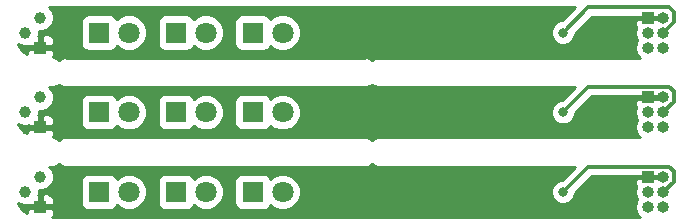
<source format=gbl>
G04 #@! TF.GenerationSoftware,KiCad,Pcbnew,(5.0.0)*
G04 #@! TF.CreationDate,2019-02-03T17:17:29-08:00*
G04 #@! TF.ProjectId,mlab100_LEDPCB_1.5,6D6C61623130305F4C45445043425F31,rev?*
G04 #@! TF.SameCoordinates,Original*
G04 #@! TF.FileFunction,Copper,L2,Bot,Signal*
G04 #@! TF.FilePolarity,Positive*
%FSLAX46Y46*%
G04 Gerber Fmt 4.6, Leading zero omitted, Abs format (unit mm)*
G04 Created by KiCad (PCBNEW (5.0.0)) date 02/03/19 17:17:29*
%MOMM*%
%LPD*%
G01*
G04 APERTURE LIST*
G04 #@! TA.AperFunction,ComponentPad*
%ADD10R,1.800000X1.800000*%
G04 #@! TD*
G04 #@! TA.AperFunction,ComponentPad*
%ADD11C,1.800000*%
G04 #@! TD*
G04 #@! TA.AperFunction,ComponentPad*
%ADD12O,1.000000X1.000000*%
G04 #@! TD*
G04 #@! TA.AperFunction,ComponentPad*
%ADD13R,1.000000X1.000000*%
G04 #@! TD*
G04 #@! TA.AperFunction,ComponentPad*
%ADD14C,1.000000*%
G04 #@! TD*
G04 #@! TA.AperFunction,ViaPad*
%ADD15C,0.800000*%
G04 #@! TD*
G04 #@! TA.AperFunction,Conductor*
%ADD16C,0.350000*%
G04 #@! TD*
G04 #@! TA.AperFunction,Conductor*
%ADD17C,0.254000*%
G04 #@! TD*
G04 APERTURE END LIST*
D10*
G04 #@! TO.P,D4,1*
G04 #@! TO.N,Net-(D4-Pad1)*
X20800000Y-16380000D03*
D11*
G04 #@! TO.P,D4,2*
G04 #@! TO.N,Net-(D2-Pad1)*
X23340000Y-16380000D03*
G04 #@! TD*
D10*
G04 #@! TO.P,D1,1*
G04 #@! TO.N,Net-(D1-Pad1)*
X7800000Y-16380000D03*
D11*
G04 #@! TO.P,D1,2*
G04 #@! TO.N,/LEDBoard1/12V*
X10340000Y-16380000D03*
G04 #@! TD*
G04 #@! TO.P,D5,2*
G04 #@! TO.N,/LEDBoard2/12V*
X10340000Y-9630000D03*
D10*
G04 #@! TO.P,D5,1*
G04 #@! TO.N,Net-(D5-Pad1)*
X7800000Y-9630000D03*
G04 #@! TD*
D11*
G04 #@! TO.P,D2,2*
G04 #@! TO.N,Net-(D1-Pad1)*
X16850000Y-16380000D03*
D10*
G04 #@! TO.P,D2,1*
G04 #@! TO.N,Net-(D2-Pad1)*
X14310000Y-16380000D03*
G04 #@! TD*
D11*
G04 #@! TO.P,D8,2*
G04 #@! TO.N,Net-(D5-Pad1)*
X16850000Y-9630000D03*
D10*
G04 #@! TO.P,D8,1*
G04 #@! TO.N,Net-(D8-Pad1)*
X14310000Y-9630000D03*
G04 #@! TD*
G04 #@! TO.P,D9,1*
G04 #@! TO.N,Net-(D9-Pad1)*
X20800000Y-9630000D03*
D11*
G04 #@! TO.P,D9,2*
G04 #@! TO.N,Net-(D8-Pad1)*
X23340000Y-9630000D03*
G04 #@! TD*
G04 #@! TO.P,D10,2*
G04 #@! TO.N,/LEDBoard3/12V*
X10340000Y-2890000D03*
D10*
G04 #@! TO.P,D10,1*
G04 #@! TO.N,Net-(D10-Pad1)*
X7800000Y-2890000D03*
G04 #@! TD*
G04 #@! TO.P,D11,1*
G04 #@! TO.N,Net-(D11-Pad1)*
X14300000Y-2890000D03*
D11*
G04 #@! TO.P,D11,2*
G04 #@! TO.N,Net-(D10-Pad1)*
X16840000Y-2890000D03*
G04 #@! TD*
D10*
G04 #@! TO.P,D12,1*
G04 #@! TO.N,Net-(D12-Pad1)*
X20800000Y-2890000D03*
D11*
G04 #@! TO.P,D12,2*
G04 #@! TO.N,Net-(D11-Pad1)*
X23340000Y-2890000D03*
G04 #@! TD*
D12*
G04 #@! TO.P,J14,6*
G04 #@! TO.N,/LEDBoard1/12V*
X55580000Y-17650000D03*
G04 #@! TO.P,J14,5*
G04 #@! TO.N,/LEDBoard1/3V3*
X54310000Y-17650000D03*
G04 #@! TO.P,J14,4*
G04 #@! TO.N,/LEDBoard1/LED*
X55580000Y-16380000D03*
G04 #@! TO.P,J14,3*
G04 #@! TO.N,/LEDBoard1/Temp1w*
X54310000Y-16380000D03*
G04 #@! TO.P,J14,2*
G04 #@! TO.N,/LEDBoard1/GND*
X55580000Y-15110000D03*
D13*
G04 #@! TO.P,J14,1*
X54310000Y-15110000D03*
G04 #@! TD*
G04 #@! TO.P,J15,1*
G04 #@! TO.N,/LEDBoard2/GND*
X54310000Y-8360000D03*
D12*
G04 #@! TO.P,J15,2*
X55580000Y-8360000D03*
G04 #@! TO.P,J15,3*
G04 #@! TO.N,/LEDBoard2/Temp1w*
X54310000Y-9630000D03*
G04 #@! TO.P,J15,4*
G04 #@! TO.N,/LEDBoard2/LED*
X55580000Y-9630000D03*
G04 #@! TO.P,J15,5*
G04 #@! TO.N,/LEDBoard2/3V3*
X54310000Y-10900000D03*
G04 #@! TO.P,J15,6*
G04 #@! TO.N,/LEDBoard2/12V*
X55580000Y-10900000D03*
G04 #@! TD*
G04 #@! TO.P,J16,6*
G04 #@! TO.N,/LEDBoard3/12V*
X55580000Y-4160000D03*
G04 #@! TO.P,J16,5*
G04 #@! TO.N,/LEDBoard3/3V3*
X54310000Y-4160000D03*
G04 #@! TO.P,J16,4*
G04 #@! TO.N,/LEDBoard3/LED*
X55580000Y-2890000D03*
G04 #@! TO.P,J16,3*
G04 #@! TO.N,/LEDBoard3/Temp1w*
X54310000Y-2890000D03*
G04 #@! TO.P,J16,2*
G04 #@! TO.N,/LEDBoard3/GND*
X55580000Y-1620000D03*
D13*
G04 #@! TO.P,J16,1*
X54310000Y-1620000D03*
G04 #@! TD*
G04 #@! TO.P,U4,1*
G04 #@! TO.N,/LEDBoard1/GND*
X2820000Y-17650000D03*
D14*
G04 #@! TO.P,U4,3*
G04 #@! TO.N,/LEDBoard1/3V3*
X2820000Y-15110000D03*
G04 #@! TO.P,U4,2*
G04 #@! TO.N,/LEDBoard1/Temp1w*
X1550000Y-16380000D03*
G04 #@! TD*
G04 #@! TO.P,U5,2*
G04 #@! TO.N,/LEDBoard2/Temp1w*
X1550000Y-9630000D03*
G04 #@! TO.P,U5,3*
G04 #@! TO.N,/LEDBoard2/3V3*
X2820000Y-8360000D03*
D13*
G04 #@! TO.P,U5,1*
G04 #@! TO.N,/LEDBoard2/GND*
X2820000Y-10900000D03*
G04 #@! TD*
G04 #@! TO.P,U6,1*
G04 #@! TO.N,/LEDBoard3/GND*
X2820000Y-4160000D03*
D14*
G04 #@! TO.P,U6,3*
G04 #@! TO.N,/LEDBoard3/3V3*
X2820000Y-1620000D03*
G04 #@! TO.P,U6,2*
G04 #@! TO.N,/LEDBoard3/Temp1w*
X1550000Y-2890000D03*
G04 #@! TD*
D15*
G04 #@! TO.N,/LEDBoard1/LED*
X47070000Y-16380000D03*
G04 #@! TO.N,/LEDBoard2/LED*
X47070000Y-9630000D03*
G04 #@! TO.N,/LEDBoard3/LED*
X47070000Y-2890000D03*
G04 #@! TD*
D16*
G04 #@! TO.N,/LEDBoard1/LED*
X49215001Y-14234999D02*
X49570000Y-14234999D01*
X55580000Y-16380000D02*
X56455001Y-15504999D01*
X56455001Y-15504999D02*
X56455001Y-14615001D01*
X47070000Y-16380000D02*
X49215001Y-14234999D01*
X56455001Y-14615001D02*
X56074999Y-14234999D01*
X56074999Y-14234999D02*
X49570000Y-14234999D01*
G04 #@! TO.N,/LEDBoard2/LED*
X47070000Y-9630000D02*
X49215001Y-7484999D01*
X56074999Y-7484999D02*
X49570000Y-7484999D01*
X49215001Y-7484999D02*
X49570000Y-7484999D01*
X55580000Y-9630000D02*
X56455001Y-8754999D01*
X56455001Y-8754999D02*
X56455001Y-7865001D01*
X56455001Y-7865001D02*
X56074999Y-7484999D01*
G04 #@! TO.N,/LEDBoard3/LED*
X56455001Y-2014999D02*
X56455001Y-1125001D01*
X55580000Y-2890000D02*
X56455001Y-2014999D01*
X56455001Y-1125001D02*
X56074999Y-744999D01*
X49215001Y-744999D02*
X49570000Y-744999D01*
X47070000Y-2890000D02*
X49215001Y-744999D01*
X56074999Y-744999D02*
X49570000Y-744999D01*
G04 #@! TD*
D17*
G04 #@! TO.N,/LEDBoard3/GND*
G36*
X46959488Y-1855000D02*
X46864126Y-1855000D01*
X46483720Y-2012569D01*
X46192569Y-2303720D01*
X46035000Y-2684126D01*
X46035000Y-3095874D01*
X46192569Y-3476280D01*
X46483720Y-3767431D01*
X46864126Y-3925000D01*
X47275874Y-3925000D01*
X47656280Y-3767431D01*
X47947431Y-3476280D01*
X48105000Y-3095874D01*
X48105000Y-3000512D01*
X49550514Y-1554999D01*
X55645002Y-1554999D01*
X55645001Y-1679486D01*
X55569487Y-1755000D01*
X55468217Y-1755000D01*
X55453000Y-1758027D01*
X55453000Y-1747000D01*
X54437000Y-1747000D01*
X54437000Y-1758027D01*
X54421783Y-1755000D01*
X54198217Y-1755000D01*
X54183000Y-1758027D01*
X54183000Y-1747000D01*
X53333750Y-1747000D01*
X53175000Y-1905750D01*
X53175000Y-2246310D01*
X53251555Y-2431130D01*
X53240854Y-2447145D01*
X53152765Y-2890000D01*
X53240854Y-3332855D01*
X53369241Y-3525000D01*
X53240854Y-3717145D01*
X53152765Y-4160000D01*
X53240854Y-4602855D01*
X53491711Y-4978289D01*
X53576585Y-5035000D01*
X31542661Y-5035000D01*
X31420000Y-5010601D01*
X31133218Y-5067646D01*
X30922484Y-5208454D01*
X30696783Y-5057646D01*
X30410000Y-5000601D01*
X30237066Y-5035000D01*
X5052934Y-5035000D01*
X4880000Y-5000601D01*
X4593218Y-5057646D01*
X4382484Y-5198454D01*
X4156783Y-5047646D01*
X3870351Y-4990671D01*
X3955000Y-4786310D01*
X3955000Y-4445750D01*
X3796250Y-4287000D01*
X2947000Y-4287000D01*
X2947000Y-4307000D01*
X2693000Y-4307000D01*
X2693000Y-4287000D01*
X1843750Y-4287000D01*
X1685000Y-4445750D01*
X1685000Y-4681664D01*
X1450490Y-4527913D01*
X1110421Y-4168928D01*
X932594Y-3862778D01*
X1324234Y-4025000D01*
X1775766Y-4025000D01*
X1818181Y-4007431D01*
X1843750Y-4033000D01*
X2693000Y-4033000D01*
X2693000Y-3183750D01*
X2947000Y-3183750D01*
X2947000Y-4033000D01*
X3796250Y-4033000D01*
X3955000Y-3874250D01*
X3955000Y-3533690D01*
X3858327Y-3300301D01*
X3679698Y-3121673D01*
X3446309Y-3025000D01*
X3105750Y-3025000D01*
X2947000Y-3183750D01*
X2693000Y-3183750D01*
X2667431Y-3158181D01*
X2685000Y-3115766D01*
X2685000Y-2755000D01*
X3045766Y-2755000D01*
X3462926Y-2582207D01*
X3782207Y-2262926D01*
X3895256Y-1990000D01*
X6252560Y-1990000D01*
X6252560Y-3790000D01*
X6301843Y-4037765D01*
X6442191Y-4247809D01*
X6652235Y-4388157D01*
X6900000Y-4437440D01*
X8700000Y-4437440D01*
X8947765Y-4388157D01*
X9157809Y-4247809D01*
X9298157Y-4037765D01*
X9301275Y-4022092D01*
X9470493Y-4191310D01*
X10034670Y-4425000D01*
X10645330Y-4425000D01*
X11209507Y-4191310D01*
X11641310Y-3759507D01*
X11875000Y-3195330D01*
X11875000Y-2584670D01*
X11641310Y-2020493D01*
X11610817Y-1990000D01*
X12752560Y-1990000D01*
X12752560Y-3790000D01*
X12801843Y-4037765D01*
X12942191Y-4247809D01*
X13152235Y-4388157D01*
X13400000Y-4437440D01*
X15200000Y-4437440D01*
X15447765Y-4388157D01*
X15657809Y-4247809D01*
X15798157Y-4037765D01*
X15801275Y-4022092D01*
X15970493Y-4191310D01*
X16534670Y-4425000D01*
X17145330Y-4425000D01*
X17709507Y-4191310D01*
X18141310Y-3759507D01*
X18375000Y-3195330D01*
X18375000Y-2584670D01*
X18141310Y-2020493D01*
X18110817Y-1990000D01*
X19252560Y-1990000D01*
X19252560Y-3790000D01*
X19301843Y-4037765D01*
X19442191Y-4247809D01*
X19652235Y-4388157D01*
X19900000Y-4437440D01*
X21700000Y-4437440D01*
X21947765Y-4388157D01*
X22157809Y-4247809D01*
X22298157Y-4037765D01*
X22301275Y-4022092D01*
X22470493Y-4191310D01*
X23034670Y-4425000D01*
X23645330Y-4425000D01*
X24209507Y-4191310D01*
X24641310Y-3759507D01*
X24875000Y-3195330D01*
X24875000Y-2584670D01*
X24641310Y-2020493D01*
X24209507Y-1588690D01*
X23645330Y-1355000D01*
X23034670Y-1355000D01*
X22470493Y-1588690D01*
X22301275Y-1757908D01*
X22298157Y-1742235D01*
X22157809Y-1532191D01*
X21947765Y-1391843D01*
X21700000Y-1342560D01*
X19900000Y-1342560D01*
X19652235Y-1391843D01*
X19442191Y-1532191D01*
X19301843Y-1742235D01*
X19252560Y-1990000D01*
X18110817Y-1990000D01*
X17709507Y-1588690D01*
X17145330Y-1355000D01*
X16534670Y-1355000D01*
X15970493Y-1588690D01*
X15801275Y-1757908D01*
X15798157Y-1742235D01*
X15657809Y-1532191D01*
X15447765Y-1391843D01*
X15200000Y-1342560D01*
X13400000Y-1342560D01*
X13152235Y-1391843D01*
X12942191Y-1532191D01*
X12801843Y-1742235D01*
X12752560Y-1990000D01*
X11610817Y-1990000D01*
X11209507Y-1588690D01*
X10645330Y-1355000D01*
X10034670Y-1355000D01*
X9470493Y-1588690D01*
X9301275Y-1757908D01*
X9298157Y-1742235D01*
X9157809Y-1532191D01*
X8947765Y-1391843D01*
X8700000Y-1342560D01*
X6900000Y-1342560D01*
X6652235Y-1391843D01*
X6442191Y-1532191D01*
X6301843Y-1742235D01*
X6252560Y-1990000D01*
X3895256Y-1990000D01*
X3955000Y-1845766D01*
X3955000Y-1394234D01*
X3782207Y-977074D01*
X3555133Y-750000D01*
X48064487Y-750000D01*
X46959488Y-1855000D01*
X46959488Y-1855000D01*
G37*
X46959488Y-1855000D02*
X46864126Y-1855000D01*
X46483720Y-2012569D01*
X46192569Y-2303720D01*
X46035000Y-2684126D01*
X46035000Y-3095874D01*
X46192569Y-3476280D01*
X46483720Y-3767431D01*
X46864126Y-3925000D01*
X47275874Y-3925000D01*
X47656280Y-3767431D01*
X47947431Y-3476280D01*
X48105000Y-3095874D01*
X48105000Y-3000512D01*
X49550514Y-1554999D01*
X55645002Y-1554999D01*
X55645001Y-1679486D01*
X55569487Y-1755000D01*
X55468217Y-1755000D01*
X55453000Y-1758027D01*
X55453000Y-1747000D01*
X54437000Y-1747000D01*
X54437000Y-1758027D01*
X54421783Y-1755000D01*
X54198217Y-1755000D01*
X54183000Y-1758027D01*
X54183000Y-1747000D01*
X53333750Y-1747000D01*
X53175000Y-1905750D01*
X53175000Y-2246310D01*
X53251555Y-2431130D01*
X53240854Y-2447145D01*
X53152765Y-2890000D01*
X53240854Y-3332855D01*
X53369241Y-3525000D01*
X53240854Y-3717145D01*
X53152765Y-4160000D01*
X53240854Y-4602855D01*
X53491711Y-4978289D01*
X53576585Y-5035000D01*
X31542661Y-5035000D01*
X31420000Y-5010601D01*
X31133218Y-5067646D01*
X30922484Y-5208454D01*
X30696783Y-5057646D01*
X30410000Y-5000601D01*
X30237066Y-5035000D01*
X5052934Y-5035000D01*
X4880000Y-5000601D01*
X4593218Y-5057646D01*
X4382484Y-5198454D01*
X4156783Y-5047646D01*
X3870351Y-4990671D01*
X3955000Y-4786310D01*
X3955000Y-4445750D01*
X3796250Y-4287000D01*
X2947000Y-4287000D01*
X2947000Y-4307000D01*
X2693000Y-4307000D01*
X2693000Y-4287000D01*
X1843750Y-4287000D01*
X1685000Y-4445750D01*
X1685000Y-4681664D01*
X1450490Y-4527913D01*
X1110421Y-4168928D01*
X932594Y-3862778D01*
X1324234Y-4025000D01*
X1775766Y-4025000D01*
X1818181Y-4007431D01*
X1843750Y-4033000D01*
X2693000Y-4033000D01*
X2693000Y-3183750D01*
X2947000Y-3183750D01*
X2947000Y-4033000D01*
X3796250Y-4033000D01*
X3955000Y-3874250D01*
X3955000Y-3533690D01*
X3858327Y-3300301D01*
X3679698Y-3121673D01*
X3446309Y-3025000D01*
X3105750Y-3025000D01*
X2947000Y-3183750D01*
X2693000Y-3183750D01*
X2667431Y-3158181D01*
X2685000Y-3115766D01*
X2685000Y-2755000D01*
X3045766Y-2755000D01*
X3462926Y-2582207D01*
X3782207Y-2262926D01*
X3895256Y-1990000D01*
X6252560Y-1990000D01*
X6252560Y-3790000D01*
X6301843Y-4037765D01*
X6442191Y-4247809D01*
X6652235Y-4388157D01*
X6900000Y-4437440D01*
X8700000Y-4437440D01*
X8947765Y-4388157D01*
X9157809Y-4247809D01*
X9298157Y-4037765D01*
X9301275Y-4022092D01*
X9470493Y-4191310D01*
X10034670Y-4425000D01*
X10645330Y-4425000D01*
X11209507Y-4191310D01*
X11641310Y-3759507D01*
X11875000Y-3195330D01*
X11875000Y-2584670D01*
X11641310Y-2020493D01*
X11610817Y-1990000D01*
X12752560Y-1990000D01*
X12752560Y-3790000D01*
X12801843Y-4037765D01*
X12942191Y-4247809D01*
X13152235Y-4388157D01*
X13400000Y-4437440D01*
X15200000Y-4437440D01*
X15447765Y-4388157D01*
X15657809Y-4247809D01*
X15798157Y-4037765D01*
X15801275Y-4022092D01*
X15970493Y-4191310D01*
X16534670Y-4425000D01*
X17145330Y-4425000D01*
X17709507Y-4191310D01*
X18141310Y-3759507D01*
X18375000Y-3195330D01*
X18375000Y-2584670D01*
X18141310Y-2020493D01*
X18110817Y-1990000D01*
X19252560Y-1990000D01*
X19252560Y-3790000D01*
X19301843Y-4037765D01*
X19442191Y-4247809D01*
X19652235Y-4388157D01*
X19900000Y-4437440D01*
X21700000Y-4437440D01*
X21947765Y-4388157D01*
X22157809Y-4247809D01*
X22298157Y-4037765D01*
X22301275Y-4022092D01*
X22470493Y-4191310D01*
X23034670Y-4425000D01*
X23645330Y-4425000D01*
X24209507Y-4191310D01*
X24641310Y-3759507D01*
X24875000Y-3195330D01*
X24875000Y-2584670D01*
X24641310Y-2020493D01*
X24209507Y-1588690D01*
X23645330Y-1355000D01*
X23034670Y-1355000D01*
X22470493Y-1588690D01*
X22301275Y-1757908D01*
X22298157Y-1742235D01*
X22157809Y-1532191D01*
X21947765Y-1391843D01*
X21700000Y-1342560D01*
X19900000Y-1342560D01*
X19652235Y-1391843D01*
X19442191Y-1532191D01*
X19301843Y-1742235D01*
X19252560Y-1990000D01*
X18110817Y-1990000D01*
X17709507Y-1588690D01*
X17145330Y-1355000D01*
X16534670Y-1355000D01*
X15970493Y-1588690D01*
X15801275Y-1757908D01*
X15798157Y-1742235D01*
X15657809Y-1532191D01*
X15447765Y-1391843D01*
X15200000Y-1342560D01*
X13400000Y-1342560D01*
X13152235Y-1391843D01*
X12942191Y-1532191D01*
X12801843Y-1742235D01*
X12752560Y-1990000D01*
X11610817Y-1990000D01*
X11209507Y-1588690D01*
X10645330Y-1355000D01*
X10034670Y-1355000D01*
X9470493Y-1588690D01*
X9301275Y-1757908D01*
X9298157Y-1742235D01*
X9157809Y-1532191D01*
X8947765Y-1391843D01*
X8700000Y-1342560D01*
X6900000Y-1342560D01*
X6652235Y-1391843D01*
X6442191Y-1532191D01*
X6301843Y-1742235D01*
X6252560Y-1990000D01*
X3895256Y-1990000D01*
X3955000Y-1845766D01*
X3955000Y-1394234D01*
X3782207Y-977074D01*
X3555133Y-750000D01*
X48064487Y-750000D01*
X46959488Y-1855000D01*
G04 #@! TO.N,/LEDBoard2/GND*
G36*
X4593217Y-7447354D02*
X4807612Y-7490000D01*
X4832748Y-7490000D01*
X4880000Y-7499399D01*
X4927252Y-7490000D01*
X30312475Y-7490000D01*
X30410000Y-7509399D01*
X30696782Y-7452354D01*
X30915000Y-7306546D01*
X31133217Y-7452354D01*
X31420000Y-7509399D01*
X31517524Y-7490000D01*
X48064487Y-7490000D01*
X46959488Y-8595000D01*
X46864126Y-8595000D01*
X46483720Y-8752569D01*
X46192569Y-9043720D01*
X46035000Y-9424126D01*
X46035000Y-9835874D01*
X46192569Y-10216280D01*
X46483720Y-10507431D01*
X46864126Y-10665000D01*
X47275874Y-10665000D01*
X47656280Y-10507431D01*
X47947431Y-10216280D01*
X48105000Y-9835874D01*
X48105000Y-9740512D01*
X49550514Y-8294999D01*
X55645002Y-8294999D01*
X55645001Y-8419486D01*
X55569487Y-8495000D01*
X55468217Y-8495000D01*
X55453000Y-8498027D01*
X55453000Y-8487000D01*
X54437000Y-8487000D01*
X54437000Y-8498027D01*
X54421783Y-8495000D01*
X54198217Y-8495000D01*
X54183000Y-8498027D01*
X54183000Y-8487000D01*
X53333750Y-8487000D01*
X53175000Y-8645750D01*
X53175000Y-8986310D01*
X53251555Y-9171130D01*
X53240854Y-9187145D01*
X53152765Y-9630000D01*
X53240854Y-10072855D01*
X53369241Y-10265000D01*
X53240854Y-10457145D01*
X53152765Y-10900000D01*
X53240854Y-11342855D01*
X53491711Y-11718289D01*
X53569102Y-11770000D01*
X31517525Y-11770000D01*
X31420000Y-11750601D01*
X31133218Y-11807646D01*
X30922484Y-11948454D01*
X30696783Y-11797646D01*
X30410000Y-11740601D01*
X30262203Y-11770000D01*
X4927252Y-11770000D01*
X4880000Y-11760601D01*
X4832748Y-11770000D01*
X4807612Y-11770000D01*
X4593217Y-11812646D01*
X4378742Y-11955954D01*
X4156783Y-11807646D01*
X3870000Y-11750601D01*
X3861386Y-11752314D01*
X3955000Y-11526310D01*
X3955000Y-11185750D01*
X3796250Y-11027000D01*
X2947000Y-11027000D01*
X2947000Y-11047000D01*
X2693000Y-11047000D01*
X2693000Y-11027000D01*
X1843750Y-11027000D01*
X1685000Y-11185750D01*
X1685000Y-11421664D01*
X1450490Y-11267913D01*
X1110421Y-10908928D01*
X932594Y-10602778D01*
X1324234Y-10765000D01*
X1775766Y-10765000D01*
X1818181Y-10747431D01*
X1843750Y-10773000D01*
X2693000Y-10773000D01*
X2693000Y-9923750D01*
X2947000Y-9923750D01*
X2947000Y-10773000D01*
X3796250Y-10773000D01*
X3955000Y-10614250D01*
X3955000Y-10273690D01*
X3858327Y-10040301D01*
X3679698Y-9861673D01*
X3446309Y-9765000D01*
X3105750Y-9765000D01*
X2947000Y-9923750D01*
X2693000Y-9923750D01*
X2667431Y-9898181D01*
X2685000Y-9855766D01*
X2685000Y-9495000D01*
X3045766Y-9495000D01*
X3462926Y-9322207D01*
X3782207Y-9002926D01*
X3895256Y-8730000D01*
X6252560Y-8730000D01*
X6252560Y-10530000D01*
X6301843Y-10777765D01*
X6442191Y-10987809D01*
X6652235Y-11128157D01*
X6900000Y-11177440D01*
X8700000Y-11177440D01*
X8947765Y-11128157D01*
X9157809Y-10987809D01*
X9298157Y-10777765D01*
X9301275Y-10762092D01*
X9470493Y-10931310D01*
X10034670Y-11165000D01*
X10645330Y-11165000D01*
X11209507Y-10931310D01*
X11641310Y-10499507D01*
X11875000Y-9935330D01*
X11875000Y-9324670D01*
X11641310Y-8760493D01*
X11610817Y-8730000D01*
X12762560Y-8730000D01*
X12762560Y-10530000D01*
X12811843Y-10777765D01*
X12952191Y-10987809D01*
X13162235Y-11128157D01*
X13410000Y-11177440D01*
X15210000Y-11177440D01*
X15457765Y-11128157D01*
X15667809Y-10987809D01*
X15808157Y-10777765D01*
X15811275Y-10762092D01*
X15980493Y-10931310D01*
X16544670Y-11165000D01*
X17155330Y-11165000D01*
X17719507Y-10931310D01*
X18151310Y-10499507D01*
X18385000Y-9935330D01*
X18385000Y-9324670D01*
X18151310Y-8760493D01*
X18120817Y-8730000D01*
X19252560Y-8730000D01*
X19252560Y-10530000D01*
X19301843Y-10777765D01*
X19442191Y-10987809D01*
X19652235Y-11128157D01*
X19900000Y-11177440D01*
X21700000Y-11177440D01*
X21947765Y-11128157D01*
X22157809Y-10987809D01*
X22298157Y-10777765D01*
X22301275Y-10762092D01*
X22470493Y-10931310D01*
X23034670Y-11165000D01*
X23645330Y-11165000D01*
X24209507Y-10931310D01*
X24641310Y-10499507D01*
X24875000Y-9935330D01*
X24875000Y-9324670D01*
X24641310Y-8760493D01*
X24209507Y-8328690D01*
X23645330Y-8095000D01*
X23034670Y-8095000D01*
X22470493Y-8328690D01*
X22301275Y-8497908D01*
X22298157Y-8482235D01*
X22157809Y-8272191D01*
X21947765Y-8131843D01*
X21700000Y-8082560D01*
X19900000Y-8082560D01*
X19652235Y-8131843D01*
X19442191Y-8272191D01*
X19301843Y-8482235D01*
X19252560Y-8730000D01*
X18120817Y-8730000D01*
X17719507Y-8328690D01*
X17155330Y-8095000D01*
X16544670Y-8095000D01*
X15980493Y-8328690D01*
X15811275Y-8497908D01*
X15808157Y-8482235D01*
X15667809Y-8272191D01*
X15457765Y-8131843D01*
X15210000Y-8082560D01*
X13410000Y-8082560D01*
X13162235Y-8131843D01*
X12952191Y-8272191D01*
X12811843Y-8482235D01*
X12762560Y-8730000D01*
X11610817Y-8730000D01*
X11209507Y-8328690D01*
X10645330Y-8095000D01*
X10034670Y-8095000D01*
X9470493Y-8328690D01*
X9301275Y-8497908D01*
X9298157Y-8482235D01*
X9157809Y-8272191D01*
X8947765Y-8131843D01*
X8700000Y-8082560D01*
X6900000Y-8082560D01*
X6652235Y-8131843D01*
X6442191Y-8272191D01*
X6301843Y-8482235D01*
X6252560Y-8730000D01*
X3895256Y-8730000D01*
X3955000Y-8585766D01*
X3955000Y-8134234D01*
X3782207Y-7717074D01*
X3555133Y-7490000D01*
X3822748Y-7490000D01*
X3870000Y-7499399D01*
X3917252Y-7490000D01*
X3942388Y-7490000D01*
X4156783Y-7447354D01*
X4375000Y-7301546D01*
X4593217Y-7447354D01*
X4593217Y-7447354D01*
G37*
X4593217Y-7447354D02*
X4807612Y-7490000D01*
X4832748Y-7490000D01*
X4880000Y-7499399D01*
X4927252Y-7490000D01*
X30312475Y-7490000D01*
X30410000Y-7509399D01*
X30696782Y-7452354D01*
X30915000Y-7306546D01*
X31133217Y-7452354D01*
X31420000Y-7509399D01*
X31517524Y-7490000D01*
X48064487Y-7490000D01*
X46959488Y-8595000D01*
X46864126Y-8595000D01*
X46483720Y-8752569D01*
X46192569Y-9043720D01*
X46035000Y-9424126D01*
X46035000Y-9835874D01*
X46192569Y-10216280D01*
X46483720Y-10507431D01*
X46864126Y-10665000D01*
X47275874Y-10665000D01*
X47656280Y-10507431D01*
X47947431Y-10216280D01*
X48105000Y-9835874D01*
X48105000Y-9740512D01*
X49550514Y-8294999D01*
X55645002Y-8294999D01*
X55645001Y-8419486D01*
X55569487Y-8495000D01*
X55468217Y-8495000D01*
X55453000Y-8498027D01*
X55453000Y-8487000D01*
X54437000Y-8487000D01*
X54437000Y-8498027D01*
X54421783Y-8495000D01*
X54198217Y-8495000D01*
X54183000Y-8498027D01*
X54183000Y-8487000D01*
X53333750Y-8487000D01*
X53175000Y-8645750D01*
X53175000Y-8986310D01*
X53251555Y-9171130D01*
X53240854Y-9187145D01*
X53152765Y-9630000D01*
X53240854Y-10072855D01*
X53369241Y-10265000D01*
X53240854Y-10457145D01*
X53152765Y-10900000D01*
X53240854Y-11342855D01*
X53491711Y-11718289D01*
X53569102Y-11770000D01*
X31517525Y-11770000D01*
X31420000Y-11750601D01*
X31133218Y-11807646D01*
X30922484Y-11948454D01*
X30696783Y-11797646D01*
X30410000Y-11740601D01*
X30262203Y-11770000D01*
X4927252Y-11770000D01*
X4880000Y-11760601D01*
X4832748Y-11770000D01*
X4807612Y-11770000D01*
X4593217Y-11812646D01*
X4378742Y-11955954D01*
X4156783Y-11807646D01*
X3870000Y-11750601D01*
X3861386Y-11752314D01*
X3955000Y-11526310D01*
X3955000Y-11185750D01*
X3796250Y-11027000D01*
X2947000Y-11027000D01*
X2947000Y-11047000D01*
X2693000Y-11047000D01*
X2693000Y-11027000D01*
X1843750Y-11027000D01*
X1685000Y-11185750D01*
X1685000Y-11421664D01*
X1450490Y-11267913D01*
X1110421Y-10908928D01*
X932594Y-10602778D01*
X1324234Y-10765000D01*
X1775766Y-10765000D01*
X1818181Y-10747431D01*
X1843750Y-10773000D01*
X2693000Y-10773000D01*
X2693000Y-9923750D01*
X2947000Y-9923750D01*
X2947000Y-10773000D01*
X3796250Y-10773000D01*
X3955000Y-10614250D01*
X3955000Y-10273690D01*
X3858327Y-10040301D01*
X3679698Y-9861673D01*
X3446309Y-9765000D01*
X3105750Y-9765000D01*
X2947000Y-9923750D01*
X2693000Y-9923750D01*
X2667431Y-9898181D01*
X2685000Y-9855766D01*
X2685000Y-9495000D01*
X3045766Y-9495000D01*
X3462926Y-9322207D01*
X3782207Y-9002926D01*
X3895256Y-8730000D01*
X6252560Y-8730000D01*
X6252560Y-10530000D01*
X6301843Y-10777765D01*
X6442191Y-10987809D01*
X6652235Y-11128157D01*
X6900000Y-11177440D01*
X8700000Y-11177440D01*
X8947765Y-11128157D01*
X9157809Y-10987809D01*
X9298157Y-10777765D01*
X9301275Y-10762092D01*
X9470493Y-10931310D01*
X10034670Y-11165000D01*
X10645330Y-11165000D01*
X11209507Y-10931310D01*
X11641310Y-10499507D01*
X11875000Y-9935330D01*
X11875000Y-9324670D01*
X11641310Y-8760493D01*
X11610817Y-8730000D01*
X12762560Y-8730000D01*
X12762560Y-10530000D01*
X12811843Y-10777765D01*
X12952191Y-10987809D01*
X13162235Y-11128157D01*
X13410000Y-11177440D01*
X15210000Y-11177440D01*
X15457765Y-11128157D01*
X15667809Y-10987809D01*
X15808157Y-10777765D01*
X15811275Y-10762092D01*
X15980493Y-10931310D01*
X16544670Y-11165000D01*
X17155330Y-11165000D01*
X17719507Y-10931310D01*
X18151310Y-10499507D01*
X18385000Y-9935330D01*
X18385000Y-9324670D01*
X18151310Y-8760493D01*
X18120817Y-8730000D01*
X19252560Y-8730000D01*
X19252560Y-10530000D01*
X19301843Y-10777765D01*
X19442191Y-10987809D01*
X19652235Y-11128157D01*
X19900000Y-11177440D01*
X21700000Y-11177440D01*
X21947765Y-11128157D01*
X22157809Y-10987809D01*
X22298157Y-10777765D01*
X22301275Y-10762092D01*
X22470493Y-10931310D01*
X23034670Y-11165000D01*
X23645330Y-11165000D01*
X24209507Y-10931310D01*
X24641310Y-10499507D01*
X24875000Y-9935330D01*
X24875000Y-9324670D01*
X24641310Y-8760493D01*
X24209507Y-8328690D01*
X23645330Y-8095000D01*
X23034670Y-8095000D01*
X22470493Y-8328690D01*
X22301275Y-8497908D01*
X22298157Y-8482235D01*
X22157809Y-8272191D01*
X21947765Y-8131843D01*
X21700000Y-8082560D01*
X19900000Y-8082560D01*
X19652235Y-8131843D01*
X19442191Y-8272191D01*
X19301843Y-8482235D01*
X19252560Y-8730000D01*
X18120817Y-8730000D01*
X17719507Y-8328690D01*
X17155330Y-8095000D01*
X16544670Y-8095000D01*
X15980493Y-8328690D01*
X15811275Y-8497908D01*
X15808157Y-8482235D01*
X15667809Y-8272191D01*
X15457765Y-8131843D01*
X15210000Y-8082560D01*
X13410000Y-8082560D01*
X13162235Y-8131843D01*
X12952191Y-8272191D01*
X12811843Y-8482235D01*
X12762560Y-8730000D01*
X11610817Y-8730000D01*
X11209507Y-8328690D01*
X10645330Y-8095000D01*
X10034670Y-8095000D01*
X9470493Y-8328690D01*
X9301275Y-8497908D01*
X9298157Y-8482235D01*
X9157809Y-8272191D01*
X8947765Y-8131843D01*
X8700000Y-8082560D01*
X6900000Y-8082560D01*
X6652235Y-8131843D01*
X6442191Y-8272191D01*
X6301843Y-8482235D01*
X6252560Y-8730000D01*
X3895256Y-8730000D01*
X3955000Y-8585766D01*
X3955000Y-8134234D01*
X3782207Y-7717074D01*
X3555133Y-7490000D01*
X3822748Y-7490000D01*
X3870000Y-7499399D01*
X3917252Y-7490000D01*
X3942388Y-7490000D01*
X4156783Y-7447354D01*
X4375000Y-7301546D01*
X4593217Y-7447354D01*
G04 #@! TO.N,/LEDBoard1/GND*
G36*
X31133217Y-14197354D02*
X31347612Y-14240000D01*
X31372748Y-14240000D01*
X31420000Y-14249399D01*
X31467252Y-14240000D01*
X48064487Y-14240000D01*
X46959488Y-15345000D01*
X46864126Y-15345000D01*
X46483720Y-15502569D01*
X46192569Y-15793720D01*
X46035000Y-16174126D01*
X46035000Y-16585874D01*
X46192569Y-16966280D01*
X46483720Y-17257431D01*
X46864126Y-17415000D01*
X47275874Y-17415000D01*
X47656280Y-17257431D01*
X47947431Y-16966280D01*
X48105000Y-16585874D01*
X48105000Y-16490512D01*
X49550514Y-15044999D01*
X55645002Y-15044999D01*
X55645001Y-15169486D01*
X55569487Y-15245000D01*
X55468217Y-15245000D01*
X55453000Y-15248027D01*
X55453000Y-15237000D01*
X54437000Y-15237000D01*
X54437000Y-15248027D01*
X54421783Y-15245000D01*
X54198217Y-15245000D01*
X54183000Y-15248027D01*
X54183000Y-15237000D01*
X53333750Y-15237000D01*
X53175000Y-15395750D01*
X53175000Y-15736310D01*
X53251555Y-15921130D01*
X53240854Y-15937145D01*
X53152765Y-16380000D01*
X53240854Y-16822855D01*
X53369241Y-17015000D01*
X53240854Y-17207145D01*
X53152765Y-17650000D01*
X53240854Y-18092855D01*
X53491711Y-18468289D01*
X53569102Y-18520000D01*
X3848026Y-18520000D01*
X3858327Y-18509699D01*
X3955000Y-18276310D01*
X3955000Y-17935750D01*
X3796250Y-17777000D01*
X2947000Y-17777000D01*
X2947000Y-17797000D01*
X2693000Y-17797000D01*
X2693000Y-17777000D01*
X1843750Y-17777000D01*
X1685000Y-17935750D01*
X1685000Y-18171664D01*
X1450490Y-18017913D01*
X1110421Y-17658928D01*
X932594Y-17352778D01*
X1324234Y-17515000D01*
X1775766Y-17515000D01*
X1818181Y-17497431D01*
X1843750Y-17523000D01*
X2693000Y-17523000D01*
X2693000Y-16673750D01*
X2947000Y-16673750D01*
X2947000Y-17523000D01*
X3796250Y-17523000D01*
X3955000Y-17364250D01*
X3955000Y-17023690D01*
X3858327Y-16790301D01*
X3679698Y-16611673D01*
X3446309Y-16515000D01*
X3105750Y-16515000D01*
X2947000Y-16673750D01*
X2693000Y-16673750D01*
X2667431Y-16648181D01*
X2685000Y-16605766D01*
X2685000Y-16245000D01*
X3045766Y-16245000D01*
X3462926Y-16072207D01*
X3782207Y-15752926D01*
X3895256Y-15480000D01*
X6252560Y-15480000D01*
X6252560Y-17280000D01*
X6301843Y-17527765D01*
X6442191Y-17737809D01*
X6652235Y-17878157D01*
X6900000Y-17927440D01*
X8700000Y-17927440D01*
X8947765Y-17878157D01*
X9157809Y-17737809D01*
X9298157Y-17527765D01*
X9301275Y-17512092D01*
X9470493Y-17681310D01*
X10034670Y-17915000D01*
X10645330Y-17915000D01*
X11209507Y-17681310D01*
X11641310Y-17249507D01*
X11875000Y-16685330D01*
X11875000Y-16074670D01*
X11641310Y-15510493D01*
X11610817Y-15480000D01*
X12762560Y-15480000D01*
X12762560Y-17280000D01*
X12811843Y-17527765D01*
X12952191Y-17737809D01*
X13162235Y-17878157D01*
X13410000Y-17927440D01*
X15210000Y-17927440D01*
X15457765Y-17878157D01*
X15667809Y-17737809D01*
X15808157Y-17527765D01*
X15811275Y-17512092D01*
X15980493Y-17681310D01*
X16544670Y-17915000D01*
X17155330Y-17915000D01*
X17719507Y-17681310D01*
X18151310Y-17249507D01*
X18385000Y-16685330D01*
X18385000Y-16074670D01*
X18151310Y-15510493D01*
X18120817Y-15480000D01*
X19252560Y-15480000D01*
X19252560Y-17280000D01*
X19301843Y-17527765D01*
X19442191Y-17737809D01*
X19652235Y-17878157D01*
X19900000Y-17927440D01*
X21700000Y-17927440D01*
X21947765Y-17878157D01*
X22157809Y-17737809D01*
X22298157Y-17527765D01*
X22301275Y-17512092D01*
X22470493Y-17681310D01*
X23034670Y-17915000D01*
X23645330Y-17915000D01*
X24209507Y-17681310D01*
X24641310Y-17249507D01*
X24875000Y-16685330D01*
X24875000Y-16074670D01*
X24641310Y-15510493D01*
X24209507Y-15078690D01*
X23645330Y-14845000D01*
X23034670Y-14845000D01*
X22470493Y-15078690D01*
X22301275Y-15247908D01*
X22298157Y-15232235D01*
X22157809Y-15022191D01*
X21947765Y-14881843D01*
X21700000Y-14832560D01*
X19900000Y-14832560D01*
X19652235Y-14881843D01*
X19442191Y-15022191D01*
X19301843Y-15232235D01*
X19252560Y-15480000D01*
X18120817Y-15480000D01*
X17719507Y-15078690D01*
X17155330Y-14845000D01*
X16544670Y-14845000D01*
X15980493Y-15078690D01*
X15811275Y-15247908D01*
X15808157Y-15232235D01*
X15667809Y-15022191D01*
X15457765Y-14881843D01*
X15210000Y-14832560D01*
X13410000Y-14832560D01*
X13162235Y-14881843D01*
X12952191Y-15022191D01*
X12811843Y-15232235D01*
X12762560Y-15480000D01*
X11610817Y-15480000D01*
X11209507Y-15078690D01*
X10645330Y-14845000D01*
X10034670Y-14845000D01*
X9470493Y-15078690D01*
X9301275Y-15247908D01*
X9298157Y-15232235D01*
X9157809Y-15022191D01*
X8947765Y-14881843D01*
X8700000Y-14832560D01*
X6900000Y-14832560D01*
X6652235Y-14881843D01*
X6442191Y-15022191D01*
X6301843Y-15232235D01*
X6252560Y-15480000D01*
X3895256Y-15480000D01*
X3955000Y-15335766D01*
X3955000Y-14884234D01*
X3782207Y-14467074D01*
X3555133Y-14240000D01*
X3772475Y-14240000D01*
X3870000Y-14259399D01*
X4156782Y-14202354D01*
X4375000Y-14056546D01*
X4593217Y-14202354D01*
X4880000Y-14259399D01*
X4977524Y-14240000D01*
X30362748Y-14240000D01*
X30410000Y-14249399D01*
X30457252Y-14240000D01*
X30482388Y-14240000D01*
X30696783Y-14197354D01*
X30915000Y-14051546D01*
X31133217Y-14197354D01*
X31133217Y-14197354D01*
G37*
X31133217Y-14197354D02*
X31347612Y-14240000D01*
X31372748Y-14240000D01*
X31420000Y-14249399D01*
X31467252Y-14240000D01*
X48064487Y-14240000D01*
X46959488Y-15345000D01*
X46864126Y-15345000D01*
X46483720Y-15502569D01*
X46192569Y-15793720D01*
X46035000Y-16174126D01*
X46035000Y-16585874D01*
X46192569Y-16966280D01*
X46483720Y-17257431D01*
X46864126Y-17415000D01*
X47275874Y-17415000D01*
X47656280Y-17257431D01*
X47947431Y-16966280D01*
X48105000Y-16585874D01*
X48105000Y-16490512D01*
X49550514Y-15044999D01*
X55645002Y-15044999D01*
X55645001Y-15169486D01*
X55569487Y-15245000D01*
X55468217Y-15245000D01*
X55453000Y-15248027D01*
X55453000Y-15237000D01*
X54437000Y-15237000D01*
X54437000Y-15248027D01*
X54421783Y-15245000D01*
X54198217Y-15245000D01*
X54183000Y-15248027D01*
X54183000Y-15237000D01*
X53333750Y-15237000D01*
X53175000Y-15395750D01*
X53175000Y-15736310D01*
X53251555Y-15921130D01*
X53240854Y-15937145D01*
X53152765Y-16380000D01*
X53240854Y-16822855D01*
X53369241Y-17015000D01*
X53240854Y-17207145D01*
X53152765Y-17650000D01*
X53240854Y-18092855D01*
X53491711Y-18468289D01*
X53569102Y-18520000D01*
X3848026Y-18520000D01*
X3858327Y-18509699D01*
X3955000Y-18276310D01*
X3955000Y-17935750D01*
X3796250Y-17777000D01*
X2947000Y-17777000D01*
X2947000Y-17797000D01*
X2693000Y-17797000D01*
X2693000Y-17777000D01*
X1843750Y-17777000D01*
X1685000Y-17935750D01*
X1685000Y-18171664D01*
X1450490Y-18017913D01*
X1110421Y-17658928D01*
X932594Y-17352778D01*
X1324234Y-17515000D01*
X1775766Y-17515000D01*
X1818181Y-17497431D01*
X1843750Y-17523000D01*
X2693000Y-17523000D01*
X2693000Y-16673750D01*
X2947000Y-16673750D01*
X2947000Y-17523000D01*
X3796250Y-17523000D01*
X3955000Y-17364250D01*
X3955000Y-17023690D01*
X3858327Y-16790301D01*
X3679698Y-16611673D01*
X3446309Y-16515000D01*
X3105750Y-16515000D01*
X2947000Y-16673750D01*
X2693000Y-16673750D01*
X2667431Y-16648181D01*
X2685000Y-16605766D01*
X2685000Y-16245000D01*
X3045766Y-16245000D01*
X3462926Y-16072207D01*
X3782207Y-15752926D01*
X3895256Y-15480000D01*
X6252560Y-15480000D01*
X6252560Y-17280000D01*
X6301843Y-17527765D01*
X6442191Y-17737809D01*
X6652235Y-17878157D01*
X6900000Y-17927440D01*
X8700000Y-17927440D01*
X8947765Y-17878157D01*
X9157809Y-17737809D01*
X9298157Y-17527765D01*
X9301275Y-17512092D01*
X9470493Y-17681310D01*
X10034670Y-17915000D01*
X10645330Y-17915000D01*
X11209507Y-17681310D01*
X11641310Y-17249507D01*
X11875000Y-16685330D01*
X11875000Y-16074670D01*
X11641310Y-15510493D01*
X11610817Y-15480000D01*
X12762560Y-15480000D01*
X12762560Y-17280000D01*
X12811843Y-17527765D01*
X12952191Y-17737809D01*
X13162235Y-17878157D01*
X13410000Y-17927440D01*
X15210000Y-17927440D01*
X15457765Y-17878157D01*
X15667809Y-17737809D01*
X15808157Y-17527765D01*
X15811275Y-17512092D01*
X15980493Y-17681310D01*
X16544670Y-17915000D01*
X17155330Y-17915000D01*
X17719507Y-17681310D01*
X18151310Y-17249507D01*
X18385000Y-16685330D01*
X18385000Y-16074670D01*
X18151310Y-15510493D01*
X18120817Y-15480000D01*
X19252560Y-15480000D01*
X19252560Y-17280000D01*
X19301843Y-17527765D01*
X19442191Y-17737809D01*
X19652235Y-17878157D01*
X19900000Y-17927440D01*
X21700000Y-17927440D01*
X21947765Y-17878157D01*
X22157809Y-17737809D01*
X22298157Y-17527765D01*
X22301275Y-17512092D01*
X22470493Y-17681310D01*
X23034670Y-17915000D01*
X23645330Y-17915000D01*
X24209507Y-17681310D01*
X24641310Y-17249507D01*
X24875000Y-16685330D01*
X24875000Y-16074670D01*
X24641310Y-15510493D01*
X24209507Y-15078690D01*
X23645330Y-14845000D01*
X23034670Y-14845000D01*
X22470493Y-15078690D01*
X22301275Y-15247908D01*
X22298157Y-15232235D01*
X22157809Y-15022191D01*
X21947765Y-14881843D01*
X21700000Y-14832560D01*
X19900000Y-14832560D01*
X19652235Y-14881843D01*
X19442191Y-15022191D01*
X19301843Y-15232235D01*
X19252560Y-15480000D01*
X18120817Y-15480000D01*
X17719507Y-15078690D01*
X17155330Y-14845000D01*
X16544670Y-14845000D01*
X15980493Y-15078690D01*
X15811275Y-15247908D01*
X15808157Y-15232235D01*
X15667809Y-15022191D01*
X15457765Y-14881843D01*
X15210000Y-14832560D01*
X13410000Y-14832560D01*
X13162235Y-14881843D01*
X12952191Y-15022191D01*
X12811843Y-15232235D01*
X12762560Y-15480000D01*
X11610817Y-15480000D01*
X11209507Y-15078690D01*
X10645330Y-14845000D01*
X10034670Y-14845000D01*
X9470493Y-15078690D01*
X9301275Y-15247908D01*
X9298157Y-15232235D01*
X9157809Y-15022191D01*
X8947765Y-14881843D01*
X8700000Y-14832560D01*
X6900000Y-14832560D01*
X6652235Y-14881843D01*
X6442191Y-15022191D01*
X6301843Y-15232235D01*
X6252560Y-15480000D01*
X3895256Y-15480000D01*
X3955000Y-15335766D01*
X3955000Y-14884234D01*
X3782207Y-14467074D01*
X3555133Y-14240000D01*
X3772475Y-14240000D01*
X3870000Y-14259399D01*
X4156782Y-14202354D01*
X4375000Y-14056546D01*
X4593217Y-14202354D01*
X4880000Y-14259399D01*
X4977524Y-14240000D01*
X30362748Y-14240000D01*
X30410000Y-14249399D01*
X30457252Y-14240000D01*
X30482388Y-14240000D01*
X30696783Y-14197354D01*
X30915000Y-14051546D01*
X31133217Y-14197354D01*
G04 #@! TD*
M02*

</source>
